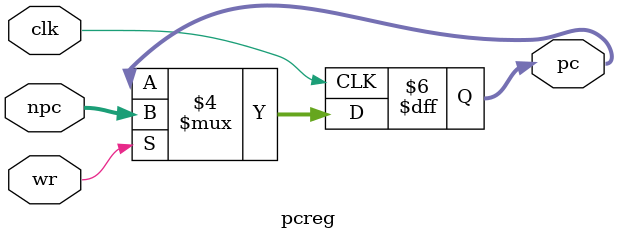
<source format=v>
module pcreg(clk,pc,npc,wr);
	input wire clk;
	input wire wr;
	input wire [31:0]npc;
	output reg [31:0]pc;
	initial pc=32'b0;
	always @(posedge clk) begin
		if(wr==1)begin
			pc<=npc;
		end
	end
endmodule

</source>
